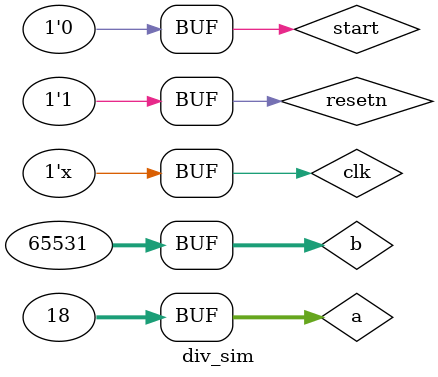
<source format=v>
`timescale 1ns / 1ps


module div_sim(

    );
    reg [31:0] a = 32'd16;
    reg [31:0] b = 32'd4;
    reg clk = 0 ;
    reg start = 0 ;
    reg resetn = 0 ;
    
    wire[31:0] q;
    wire[31:0] r;
    wire busy;
    div #(32) u(a,b,clk,start,resetn,q,r,busy);
    initial begin
    # 30 begin resetn = 1;start = 1;end
    # 80 start = 0;
    # 3000 begin start = 1;a = 32'd18;b = 32'd5;end
    # 80 start = 0;
    # 3000 begin start = 1;a = 32'hffffffee; b = 32'd5;end
    # 80 start = 0 ;
    # 3000 begin start = 1;a =32'd18;b = 32'hfffb; end
    # 80 start = 0;
    end
    always #20 clk = ~clk;
endmodule

</source>
